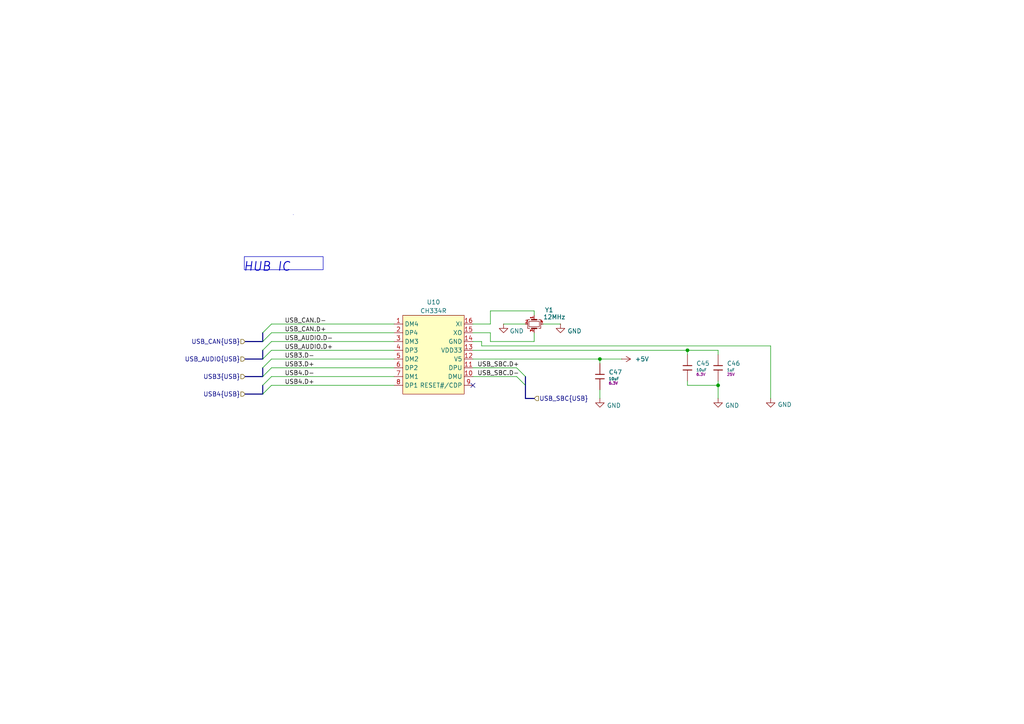
<source format=kicad_sch>
(kicad_sch (version 20250114) (generator "eeschema") (generator_version "9.0")
  (paper "A4")
  (title_block (date "2025-02-10") (rev "A") (company "ModuCard System"))
  (lib_symbols
    (symbol "Device:Crystal_GND24_Small" (pin_names (offset 1.016) (hide yes))
      (property "Reference" "Y" (at 1.27 4.445 0))
      (property "Value" "Crystal_GND24_Small" (at 1.27 2.54 0))
      (symbol "Crystal_GND24_Small_0_1"
        (polyline (pts (xy -1.27 1.27) (xy -1.27 1.905) (xy 1.27 1.905) (xy 1.27 1.27)))
        (polyline (pts (xy -1.27 -0.762) (xy -1.27 0.762)) (stroke (width 0.381)))
        (polyline (pts (xy -1.27 -1.27) (xy -1.27 -1.905) (xy 1.27 -1.905) (xy 1.27 -1.27)))
        (rectangle (start -0.762 -1.524) (end 0.762 1.524))
        (polyline (pts (xy 1.27 -0.762) (xy 1.27 0.762)) (stroke (width 0.381)))
      )
      (symbol "Crystal_GND24_Small_1_1"
        (pin passive line (at -2.54 0 0) (length 1.27) (name "1") (number "1"))
        (pin passive line (at 0 2.54 270) (length 0.635) (name "4") (number "4"))
        (pin passive line (at 0 -2.54 90) (length 0.635) (name "2") (number "2"))
        (pin passive line (at 2.54 0 180) (length 1.27) (name "3") (number "3"))
      )
    )
    (symbol "PCM_JLCPCB-Capacitors:0402,10uF" (pin_numbers (hide yes)) (pin_names (offset 0))
      (property "Reference" "C" (at 2.032 1.668 0))
      (property "Value" "10uF" (at 2.032 -0.3782 0))
      (property "Voltage Rated" "6.3V" (at 2.032 -2.0462 0))
      (symbol "0402,10uF_0_1"
        (polyline (pts (xy -1.27 0.635) (xy 1.27 0.635)) (stroke (width 0.254)))
        (polyline (pts (xy -1.27 -0.635) (xy 1.27 -0.635)) (stroke (width 0.254)))
      )
      (symbol "0402,10uF_1_1"
        (pin passive line (at 0 3.81 270) (length 3.175) (name "~") (number "1"))
        (pin passive line (at 0 -3.81 90) (length 3.175) (name "~") (number "2"))
      )
    )
    (symbol "PCM_JLCPCB-Capacitors:0402,1uF" (pin_numbers (hide yes)) (pin_names (offset 0))
      (property "Reference" "C" (at 2.032 1.668 0))
      (property "Value" "1uF" (at 2.032 -0.3782 0))
      (property "Voltage Rated" "25V" (at 2.032 -2.0462 0))
      (symbol "0402,1uF_0_1"
        (polyline (pts (xy -1.27 0.635) (xy 1.27 0.635)) (stroke (width 0.254)))
        (polyline (pts (xy -1.27 -0.635) (xy 1.27 -0.635)) (stroke (width 0.254)))
      )
      (symbol "0402,1uF_1_1"
        (pin passive line (at 0 3.81 270) (length 3.175) (name "~") (number "1"))
        (pin passive line (at 0 -3.81 90) (length 3.175) (name "~") (number "2"))
      )
    )
    (symbol "WCH_USB:CH334R"
      (property "Reference" "U" (at 0 3.81 0))
      (property "Value" "CH334R" (at 0 1.27 0))
      (symbol "CH334R_0_1"
        (rectangle (start -8.89 0) (end 8.89 -22.86) (stroke (width 0.1524)) (fill (type background)))
      )
      (symbol "CH334R_1_1"
        (pin bidirectional line (at -11.43 -2.54 0) (length 2.54) (name "DM4") (number "1"))
        (pin bidirectional line (at -11.43 -5.08 0) (length 2.54) (name "DP4") (number "2"))
        (pin bidirectional line (at -11.43 -7.62 0) (length 2.54) (name "DM3") (number "3"))
        (pin bidirectional line (at -11.43 -10.16 0) (length 2.54) (name "DP3") (number "4"))
        (pin bidirectional line (at -11.43 -12.7 0) (length 2.54) (name "DM2") (number "5"))
        (pin bidirectional line (at -11.43 -15.24 0) (length 2.54) (name "DP2") (number "6"))
        (pin bidirectional line (at -11.43 -17.78 0) (length 2.54) (name "DM1") (number "7"))
        (pin bidirectional line (at -11.43 -20.32 0) (length 2.54) (name "DP1") (number "8"))
        (pin bidirectional line (at 11.43 -2.54 180) (length 2.54) (name "XI") (number "16"))
        (pin bidirectional line (at 11.43 -5.08 180) (length 2.54) (name "XO") (number "15"))
        (pin power_in line (at 11.43 -7.62 180) (length 2.54) (name "GND") (number "14"))
        (pin power_out line (at 11.43 -10.16 180) (length 2.54) (name "VDD33") (number "13"))
        (pin power_in line (at 11.43 -12.7 180) (length 2.54) (name "V5") (number "12"))
        (pin bidirectional line (at 11.43 -15.24 180) (length 2.54) (name "DPU") (number "11"))
        (pin bidirectional line (at 11.43 -17.78 180) (length 2.54) (name "DMU") (number "10"))
        (pin bidirectional line (at 11.43 -20.32 180) (length 2.54) (name "RESET#/CDP") (number "9"))
      )
    )
    (symbol "power:+5V" (power) (pin_numbers (hide yes)) (pin_names (offset 0) (hide yes))
      (property "Value" "+5V" (at 0 3.556 0))
      (symbol "+5V_0_1"
        (polyline (pts (xy -0.762 1.27) (xy 0 2.54)))
        (polyline (pts (xy 0 2.54) (xy 0.762 1.27)))
        (polyline (pts (xy 0 0) (xy 0 2.54)))
      )
      (symbol "+5V_1_1"
        (pin power_in line (at 0 0 90) (length 0) (name "~") (number "1"))
      )
    )
    (symbol "power:GND" (power) (pin_numbers (hide yes)) (pin_names (offset 0) (hide yes))
      (property "Value" "GND" (at 0 -3.81 0))
      (symbol "GND_0_1"
        (polyline (pts (xy 0 0) (xy 0 -1.27) (xy 1.27 -1.27) (xy 0 -2.54) (xy -1.27 -1.27) (xy 0 -1.27)))
      )
      (symbol "GND_1_1"
        (pin power_in line (at 0 0 270) (length 0) (name "~") (number "1"))
      )
    )
  )
  (rectangle (start 70.866 74.422) (end 93.726 78.232))
  (rectangle (start 85.09 62.23) (end 85.09 62.23))
  (text "HUB IC\n" (at 77.47 77.47 0) (effects (font (size 2.54 2.54) (thickness 0.254) (bold yes) (italic yes))))
  (junction (at 173.99 104.14))
  (junction (at 208.28 111.76))
  (junction (at 199.39 101.6))
  (no_connect (at 137.16 111.76))
  (bus_entry (at 152.4 111.76) (size -2.54 -2.54))
  (bus_entry (at 76.2 101.6) (size 2.54 -2.54))
  (bus_entry (at 76.2 99.06) (size 2.54 -2.54))
  (bus_entry (at 76.2 109.22) (size 2.54 -2.54))
  (bus_entry (at 76.2 104.14) (size 2.54 -2.54))
  (bus_entry (at 76.2 114.3) (size 2.54 -2.54))
  (bus_entry (at 76.2 96.52) (size 2.54 -2.54))
  (bus_entry (at 152.4 109.22) (size -2.54 -2.54))
  (bus_entry (at 76.2 106.68) (size 2.54 -2.54))
  (bus_entry (at 76.2 111.76) (size 2.54 -2.54))
  (wire (pts (xy 154.94 99.06) (xy 142.24 99.06)))
  (wire (pts (xy 142.24 90.17) (xy 142.24 93.98)))
  (bus (pts (xy 152.4 111.76) (xy 152.4 115.57)))
  (wire (pts (xy 208.28 101.6) (xy 208.28 102.87)))
  (wire (pts (xy 173.99 104.14) (xy 173.99 105.41)))
  (wire (pts (xy 137.16 109.22) (xy 149.86 109.22)))
  (wire (pts (xy 78.74 109.22) (xy 114.3 109.22)))
  (wire (pts (xy 154.94 90.17) (xy 142.24 90.17)))
  (bus (pts (xy 76.2 109.22) (xy 71.12 109.22)))
  (wire (pts (xy 78.74 99.06) (xy 114.3 99.06)))
  (wire (pts (xy 142.24 96.52) (xy 137.16 96.52)))
  (bus (pts (xy 76.2 114.3) (xy 71.12 114.3)))
  (wire (pts (xy 199.39 111.76) (xy 208.28 111.76)))
  (wire (pts (xy 180.34 104.14) (xy 173.99 104.14)))
  (wire (pts (xy 139.7 99.06) (xy 139.7 100.33)))
  (wire (pts (xy 157.48 93.98) (xy 162.56 93.98)))
  (bus (pts (xy 76.2 101.6) (xy 76.2 104.14)))
  (wire (pts (xy 199.39 101.6) (xy 199.39 102.87)))
  (wire (pts (xy 137.16 99.06) (xy 139.7 99.06)))
  (bus (pts (xy 76.2 96.52) (xy 76.2 99.06)))
  (wire (pts (xy 137.16 101.6) (xy 199.39 101.6)))
  (wire (pts (xy 208.28 115.57) (xy 208.28 111.76)))
  (wire (pts (xy 78.74 104.14) (xy 114.3 104.14)))
  (bus (pts (xy 76.2 106.68) (xy 76.2 109.22)))
  (wire (pts (xy 223.52 100.33) (xy 223.52 115.57)))
  (bus (pts (xy 152.4 109.22) (xy 152.4 111.76)))
  (wire (pts (xy 152.4 93.98) (xy 146.05 93.98)))
  (wire (pts (xy 137.16 106.68) (xy 149.86 106.68)))
  (bus (pts (xy 76.2 104.14) (xy 71.12 104.14)))
  (bus (pts (xy 76.2 99.06) (xy 71.12 99.06)))
  (wire (pts (xy 78.74 93.98) (xy 114.3 93.98)))
  (wire (pts (xy 78.74 111.76) (xy 114.3 111.76)))
  (wire (pts (xy 208.28 110.49) (xy 208.28 111.76)))
  (wire (pts (xy 78.74 106.68) (xy 114.3 106.68)))
  (wire (pts (xy 137.16 104.14) (xy 173.99 104.14)))
  (wire (pts (xy 173.99 113.03) (xy 173.99 115.57)))
  (wire (pts (xy 142.24 99.06) (xy 142.24 96.52)))
  (bus (pts (xy 152.4 115.57) (xy 154.94 115.57)))
  (wire (pts (xy 199.39 110.49) (xy 199.39 111.76)))
  (wire (pts (xy 223.52 100.33) (xy 139.7 100.33)))
  (wire (pts (xy 78.74 96.52) (xy 114.3 96.52)))
  (wire (pts (xy 154.94 96.52) (xy 154.94 99.06)))
  (wire (pts (xy 199.39 101.6) (xy 208.28 101.6)))
  (wire (pts (xy 154.94 91.44) (xy 154.94 90.17)))
  (bus (pts (xy 76.2 111.76) (xy 76.2 114.3)))
  (wire (pts (xy 78.74 101.6) (xy 114.3 101.6)))
  (wire (pts (xy 142.24 93.98) (xy 137.16 93.98)))
  (label "USB_AUDIO.D-" (at 82.55 99.06 0))
  (label "USB3.D+" (at 82.55 106.68 0))
  (label "USB_SBC.D+" (at 138.43 106.68 0))
  (label "USB_SBC.D-" (at 138.43 109.22 0))
  (label "USB4.D-" (at 82.55 109.22 0))
  (label "USB_CAN.D-" (at 82.55 93.98 0))
  (label "USB_CAN.D+" (at 82.55 96.52 0))
  (label "USB_AUDIO.D+" (at 82.55 101.6 0))
  (label "USB3.D-" (at 82.55 104.14 0))
  (label "USB4.D+" (at 82.55 111.76 0))
  (hierarchical_label "USB4{USB}" (shape input) (at 71.12 114.3 180))
  (hierarchical_label "USB_AUDIO{USB}" (shape input) (at 71.12 104.14 180))
  (hierarchical_label "USB_CAN{USB}" (shape input) (at 71.12 99.06 180))
  (hierarchical_label "USB3{USB}" (shape input) (at 71.12 109.22 180))
  (hierarchical_label "USB_SBC{USB}" (shape input) (at 154.94 115.57 0))
  (symbol (lib_id "Device:Crystal_GND24_Small") (at 154.94 93.98 270) (unit 1)
    (property "Reference" "Y1" (at 159.258 89.916 90))
    (property "Value" "12MHz" (at 160.782 91.948 90))
    (property "Footprint" "Crystal:Crystal_SMD_3225-4Pin_3.2x2.5mm" (effects (hide yes)))
    (property "Description" "Four pin crystal, GND on pins 2 and 4, small symbol" (effects (hide yes)))
  )
  (symbol (lib_id "PCM_JLCPCB-Capacitors:0402,10uF") (at 199.39 106.68 0) (unit 1)
    (property "Reference" "C45" (at 201.93 105.41 0) (effects (justify left)))
    (property "Value" "10uF" (at 201.93 107.315 0) (effects (font (size 0.8 0.8)) (justify left)))
    (property "Footprint" "PCM_JLCPCB:C_0402" (effects (hide yes)))
    (property "Datasheet" "https://www.lcsc.com/datasheet/lcsc_datasheet_2208231630_Samsung-Electro-Mechanics-CL05A106MQ5NUNC_C15525.pdf" (effects (hide yes)))
    (property "Description" "6.3V 10uF X5R ±20% 0402 Multilayer Ceramic Capacitors MLCC - SMD/SMT ROHS" (effects (hide yes)))
    (property "LCSC" "C15525" (effects (hide yes)))
    (property "Stock" "1226257" (effects (hide yes)))
    (property "Price" "0.008USD" (effects (hide yes)))
    (property "Process" "SMT" (effects (hide yes)))
    (property "Minimum Qty" "20" (effects (hide yes)))
    (property "Attrition Qty" "10" (effects (hide yes)))
    (property "Class" "Basic Component" (effects (hide yes)))
    (property "Category" "Capacitors,Multilayer Ceramic Capacitors MLCC - SMD/SMT" (effects (hide yes)))
    (property "Manufacturer" "Samsung Electro-Mechanics" (effects (hide yes)))
    (property "Part" "CL05A106MQ5NUNC" (effects (hide yes)))
    (property "Voltage Rated" "6.3V" (at 201.93 108.585 0) (effects (font (size 0.8 0.8)) (justify left)))
    (property "Tolerance" "±20%" (effects (hide yes)))
    (property "Capacitance" "10uF" (effects (hide yes)))
    (property "Temperature Coefficient" "X5R" (effects (hide yes)))
  )
  (symbol (lib_id "power:GND") (at 208.28 115.57 0) (unit 1)
    (property "Reference" "#PWR097" (effects (hide yes)))
    (property "Value" "GND" (at 212.344 117.602 0))
    (property "Description" "Power symbol creates a global label with name \"GND\" , ground" (effects (hide yes)))
  )
  (symbol (lib_id "PCM_JLCPCB-Capacitors:0402,10uF") (at 173.99 109.22 0) (unit 1)
    (property "Reference" "C47" (at 176.53 107.95 0) (effects (justify left)))
    (property "Value" "10uF" (at 176.53 109.855 0) (effects (font (size 0.8 0.8)) (justify left)))
    (property "Footprint" "PCM_JLCPCB:C_0402" (effects (hide yes)))
    (property "Datasheet" "https://www.lcsc.com/datasheet/lcsc_datasheet_2208231630_Samsung-Electro-Mechanics-CL05A106MQ5NUNC_C15525.pdf" (effects (hide yes)))
    (property "Description" "6.3V 10uF X5R ±20% 0402 Multilayer Ceramic Capacitors MLCC - SMD/SMT ROHS" (effects (hide yes)))
    (property "LCSC" "C15525" (effects (hide yes)))
    (property "Stock" "1226257" (effects (hide yes)))
    (property "Price" "0.008USD" (effects (hide yes)))
    (property "Process" "SMT" (effects (hide yes)))
    (property "Minimum Qty" "20" (effects (hide yes)))
    (property "Attrition Qty" "10" (effects (hide yes)))
    (property "Class" "Basic Component" (effects (hide yes)))
    (property "Category" "Capacitors,Multilayer Ceramic Capacitors MLCC - SMD/SMT" (effects (hide yes)))
    (property "Manufacturer" "Samsung Electro-Mechanics" (effects (hide yes)))
    (property "Part" "CL05A106MQ5NUNC" (effects (hide yes)))
    (property "Voltage Rated" "6.3V" (at 176.53 111.125 0) (effects (font (size 0.8 0.8)) (justify left)))
    (property "Tolerance" "±20%" (effects (hide yes)))
    (property "Capacitance" "10uF" (effects (hide yes)))
    (property "Temperature Coefficient" "X5R" (effects (hide yes)))
  )
  (symbol (lib_id "power:GND") (at 173.99 115.57 0) (unit 1)
    (property "Reference" "#PWR096" (effects (hide yes)))
    (property "Value" "GND" (at 178.054 117.602 0))
    (property "Description" "Power symbol creates a global label with name \"GND\" , ground" (effects (hide yes)))
  )
  (symbol (lib_id "power:GND") (at 223.52 115.57 0) (unit 1)
    (property "Reference" "#PWR098" (effects (hide yes)))
    (property "Value" "GND" (at 227.584 117.348 0))
    (property "Description" "Power symbol creates a global label with name \"GND\" , ground" (effects (hide yes)))
  )
  (symbol (lib_id "PCM_JLCPCB-Capacitors:0402,1uF") (at 208.28 106.68 0) (unit 1)
    (property "Reference" "C46" (at 210.82 105.41 0) (effects (justify left)))
    (property "Value" "1uF" (at 210.82 107.315 0) (effects (font (size 0.8 0.8)) (justify left)))
    (property "Footprint" "PCM_JLCPCB:C_0402" (effects (hide yes)))
    (property "Datasheet" "https://www.lcsc.com/datasheet/lcsc_datasheet_2304140030_Samsung-Electro-Mechanics-CL05A105KA5NQNC_C52923.pdf" (effects (hide yes)))
    (property "Description" "25V 1uF X5R ±10% 0402 Multilayer Ceramic Capacitors MLCC - SMD/SMT ROHS" (effects (hide yes)))
    (property "LCSC" "C52923" (effects (hide yes)))
    (property "Stock" "6453835" (effects (hide yes)))
    (property "Price" "0.006USD" (effects (hide yes)))
    (property "Process" "SMT" (effects (hide yes)))
    (property "Minimum Qty" "20" (effects (hide yes)))
    (property "Attrition Qty" "10" (effects (hide yes)))
    (property "Class" "Basic Component" (effects (hide yes)))
    (property "Category" "Capacitors,Multilayer Ceramic Capacitors MLCC - SMD/SMT" (effects (hide yes)))
    (property "Manufacturer" "Samsung Electro-Mechanics" (effects (hide yes)))
    (property "Part" "CL05A105KA5NQNC" (effects (hide yes)))
    (property "Voltage Rated" "25V" (at 210.82 108.585 0) (effects (font (size 0.8 0.8)) (justify left)))
    (property "Tolerance" "±10%" (effects (hide yes)))
    (property "Capacitance" "1uF" (effects (hide yes)))
    (property "Temperature Coefficient" "X5R" (effects (hide yes)))
  )
  (symbol (lib_id "WCH_USB:CH334R") (at 125.73 91.44 0) (unit 1)
    (property "Reference" "U10" (at 125.73 87.63 0))
    (property "Value" "CH334R" (at 125.73 90.17 0))
    (property "Footprint" "Package_SO:QSOP-16_3.9x4.9mm_P0.635mm" (effects (hide yes)))
  )
  (symbol (lib_id "power:GND") (at 146.05 93.98 0) (unit 1)
    (property "Reference" "#PWR093" (effects (hide yes)))
    (property "Value" "GND" (at 149.86 96.012 0))
    (property "Description" "Power symbol creates a global label with name \"GND\" , ground" (effects (hide yes)))
  )
  (symbol (lib_id "power:GND") (at 162.56 93.98 0) (unit 1)
    (property "Reference" "#PWR094" (effects (hide yes)))
    (property "Value" "GND" (at 166.624 96.012 0))
    (property "Description" "Power symbol creates a global label with name \"GND\" , ground" (effects (hide yes)))
  )
  (symbol (lib_id "power:+5V") (at 180.34 104.14 270) (unit 1)
    (property "Reference" "#PWR095" (effects (hide yes)))
    (property "Value" "+5V" (at 184.15 104.14 90) (effects (justify left)))
    (property "Description" "Power symbol creates a global label with name \"+5V\"" (effects (hide yes)))
  )
)
</source>
